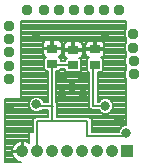
<source format=gbl>
G75*
%MOIN*%
%OFA0B0*%
%FSLAX25Y25*%
%IPPOS*%
%LPD*%
%AMOC8*
5,1,8,0,0,1.08239X$1,22.5*
%
%ADD10R,0.03543X0.02756*%
%ADD11R,0.04200X0.04200*%
%ADD12C,0.04200*%
%ADD13OC8,0.03562*%
%ADD14C,0.03169*%
%ADD15C,0.00800*%
%ADD16C,0.01000*%
D10*
X0019418Y0056680D03*
X0019418Y0061798D03*
X0026378Y0061365D03*
X0026378Y0056247D03*
X0033646Y0056444D03*
X0033646Y0061562D03*
D11*
X0044457Y0027476D03*
D12*
X0039457Y0027476D03*
X0034457Y0027476D03*
X0029457Y0027476D03*
X0024457Y0027476D03*
X0019457Y0027476D03*
X0014457Y0027476D03*
X0009457Y0027476D03*
D13*
X0005150Y0041633D03*
X0005150Y0051633D03*
X0005150Y0056133D03*
X0005150Y0060633D03*
X0005050Y0065133D03*
X0005050Y0069433D03*
X0011150Y0074633D03*
X0016650Y0074633D03*
X0021650Y0074533D03*
X0026650Y0074633D03*
X0031550Y0074633D03*
X0036650Y0074633D03*
X0041650Y0074633D03*
X0046450Y0066733D03*
X0046450Y0062133D03*
X0046550Y0057633D03*
X0046550Y0053233D03*
D14*
X0037150Y0042633D03*
X0041650Y0038133D03*
X0044150Y0033633D03*
X0029650Y0046633D03*
X0026150Y0049133D03*
X0029650Y0052133D03*
X0022650Y0052133D03*
X0022650Y0046633D03*
X0014150Y0043200D03*
X0014150Y0065633D03*
X0037150Y0065633D03*
D15*
X0003550Y0045133D02*
X0003550Y0024033D01*
X0008823Y0024033D01*
X0008436Y0024110D01*
X0007799Y0024374D01*
X0007226Y0024757D01*
X0006738Y0025244D01*
X0006355Y0025818D01*
X0006092Y0026455D01*
X0005957Y0027131D01*
X0005957Y0027176D01*
X0009157Y0027176D01*
X0009157Y0027776D01*
X0009157Y0030976D01*
X0009112Y0030976D01*
X0008436Y0030841D01*
X0007799Y0030577D01*
X0007226Y0030194D01*
X0006738Y0029707D01*
X0006355Y0029133D01*
X0006092Y0028496D01*
X0005957Y0027820D01*
X0005957Y0027776D01*
X0009157Y0027776D01*
X0009757Y0027776D01*
X0009757Y0030976D01*
X0009802Y0030976D01*
X0010478Y0030841D01*
X0011115Y0030577D01*
X0011650Y0030220D01*
X0011650Y0033933D01*
X0013057Y0033933D01*
X0013057Y0038213D01*
X0013877Y0039033D01*
X0018057Y0039033D01*
X0018057Y0041233D01*
X0015838Y0041233D01*
X0015614Y0041009D01*
X0014664Y0040616D01*
X0013636Y0040616D01*
X0012686Y0041009D01*
X0011959Y0041736D01*
X0011566Y0042686D01*
X0011566Y0043714D01*
X0011959Y0044664D01*
X0012686Y0045391D01*
X0013636Y0045784D01*
X0014664Y0045784D01*
X0015614Y0045391D01*
X0016341Y0044664D01*
X0016602Y0044033D01*
X0018018Y0044033D01*
X0018018Y0054302D01*
X0017232Y0054302D01*
X0016646Y0054888D01*
X0016646Y0058472D01*
X0017232Y0059058D01*
X0017321Y0059058D01*
X0017106Y0059116D01*
X0016786Y0059300D01*
X0016526Y0059561D01*
X0016341Y0059880D01*
X0016246Y0060236D01*
X0016246Y0061509D01*
X0019129Y0061509D01*
X0019129Y0062087D01*
X0016246Y0062087D01*
X0016246Y0063361D01*
X0016341Y0063717D01*
X0016526Y0064036D01*
X0016786Y0064297D01*
X0017106Y0064481D01*
X0017462Y0064576D01*
X0019129Y0064576D01*
X0019129Y0062087D01*
X0019707Y0062087D01*
X0022589Y0062087D01*
X0022589Y0063361D01*
X0022494Y0063717D01*
X0022310Y0064036D01*
X0022049Y0064297D01*
X0021730Y0064481D01*
X0021374Y0064576D01*
X0019707Y0064576D01*
X0019707Y0062087D01*
X0019707Y0061509D01*
X0022589Y0061509D01*
X0022589Y0060236D01*
X0022494Y0059880D01*
X0022310Y0059561D01*
X0022049Y0059300D01*
X0021730Y0059116D01*
X0021515Y0059058D01*
X0021604Y0059058D01*
X0022189Y0058472D01*
X0022189Y0057647D01*
X0023607Y0057647D01*
X0023607Y0058039D01*
X0024192Y0058625D01*
X0024281Y0058625D01*
X0024066Y0058683D01*
X0023747Y0058867D01*
X0023486Y0059128D01*
X0023302Y0059447D01*
X0023207Y0059803D01*
X0023207Y0061076D01*
X0026089Y0061076D01*
X0026089Y0061654D01*
X0023207Y0061654D01*
X0023207Y0062928D01*
X0023302Y0063284D01*
X0023486Y0063603D01*
X0023747Y0063864D01*
X0024066Y0064048D01*
X0024422Y0064143D01*
X0026089Y0064143D01*
X0026089Y0061654D01*
X0026667Y0061654D01*
X0029550Y0061654D01*
X0029550Y0062928D01*
X0029455Y0063284D01*
X0029270Y0063603D01*
X0029010Y0063864D01*
X0028690Y0064048D01*
X0028334Y0064143D01*
X0026667Y0064143D01*
X0026667Y0061654D01*
X0026667Y0061076D01*
X0029550Y0061076D01*
X0029550Y0059803D01*
X0029455Y0059447D01*
X0029270Y0059128D01*
X0029010Y0058867D01*
X0028690Y0058683D01*
X0028475Y0058625D01*
X0028564Y0058625D01*
X0029150Y0058039D01*
X0029150Y0054455D01*
X0028564Y0053869D01*
X0024192Y0053869D01*
X0023607Y0054455D01*
X0023607Y0054847D01*
X0022148Y0054847D01*
X0021604Y0054302D01*
X0020818Y0054302D01*
X0020818Y0043819D01*
X0020857Y0043780D01*
X0020857Y0043354D01*
X0020957Y0043254D01*
X0020957Y0042012D01*
X0020857Y0041912D01*
X0020857Y0039033D01*
X0031730Y0039033D01*
X0032550Y0038213D01*
X0032550Y0034033D01*
X0041150Y0034033D01*
X0041150Y0034033D01*
X0041566Y0034033D01*
X0041566Y0034147D01*
X0041959Y0035097D01*
X0042686Y0035824D01*
X0043636Y0036217D01*
X0044050Y0036217D01*
X0044050Y0051800D01*
X0043769Y0052081D01*
X0043769Y0054385D01*
X0044050Y0054666D01*
X0044050Y0056200D01*
X0043769Y0056481D01*
X0043769Y0058785D01*
X0044050Y0059066D01*
X0044050Y0060600D01*
X0043669Y0060981D01*
X0043669Y0063285D01*
X0044050Y0063666D01*
X0044050Y0065200D01*
X0043669Y0065581D01*
X0043669Y0067885D01*
X0044050Y0068266D01*
X0044050Y0070933D01*
X0009150Y0070933D01*
X0009150Y0071133D01*
X0008950Y0071133D01*
X0008950Y0045133D01*
X0003550Y0045133D01*
X0003550Y0044991D02*
X0012287Y0044991D01*
X0011764Y0044193D02*
X0003550Y0044193D01*
X0003550Y0043394D02*
X0011566Y0043394D01*
X0011603Y0042596D02*
X0003550Y0042596D01*
X0003550Y0041797D02*
X0011934Y0041797D01*
X0012711Y0040999D02*
X0003550Y0040999D01*
X0003550Y0040200D02*
X0018057Y0040200D01*
X0018057Y0039402D02*
X0003550Y0039402D01*
X0003550Y0038603D02*
X0013447Y0038603D01*
X0013057Y0037805D02*
X0003550Y0037805D01*
X0003550Y0037006D02*
X0013057Y0037006D01*
X0013057Y0036208D02*
X0003550Y0036208D01*
X0003550Y0035409D02*
X0013057Y0035409D01*
X0013057Y0034611D02*
X0003550Y0034611D01*
X0003550Y0033812D02*
X0011650Y0033812D01*
X0011650Y0033014D02*
X0003550Y0033014D01*
X0003550Y0032215D02*
X0011650Y0032215D01*
X0011650Y0031417D02*
X0003550Y0031417D01*
X0003550Y0030618D02*
X0007898Y0030618D01*
X0006851Y0029820D02*
X0003550Y0029820D01*
X0003550Y0029021D02*
X0006309Y0029021D01*
X0006037Y0028223D02*
X0003550Y0028223D01*
X0003550Y0027424D02*
X0009157Y0027424D01*
X0009157Y0028223D02*
X0009757Y0028223D01*
X0009757Y0029021D02*
X0009157Y0029021D01*
X0009157Y0029820D02*
X0009757Y0029820D01*
X0009757Y0030618D02*
X0009157Y0030618D01*
X0011016Y0030618D02*
X0011650Y0030618D01*
X0014457Y0027476D02*
X0014457Y0037633D01*
X0019457Y0037633D01*
X0031150Y0037633D01*
X0031150Y0032633D01*
X0044150Y0032633D01*
X0041758Y0034611D02*
X0032550Y0034611D01*
X0032550Y0035409D02*
X0042272Y0035409D01*
X0043613Y0036208D02*
X0032550Y0036208D01*
X0032550Y0037006D02*
X0044050Y0037006D01*
X0044050Y0037805D02*
X0032550Y0037805D01*
X0032160Y0038603D02*
X0044050Y0038603D01*
X0044050Y0039402D02*
X0020857Y0039402D01*
X0020857Y0040200D02*
X0036270Y0040200D01*
X0036636Y0040049D02*
X0035686Y0040442D01*
X0034959Y0041169D01*
X0034933Y0041233D01*
X0032570Y0041233D01*
X0031750Y0042053D01*
X0031750Y0054066D01*
X0031460Y0054066D01*
X0030874Y0054652D01*
X0030874Y0058236D01*
X0031460Y0058822D01*
X0031549Y0058822D01*
X0031334Y0058880D01*
X0031015Y0059064D01*
X0030754Y0059325D01*
X0030570Y0059644D01*
X0030474Y0060000D01*
X0030474Y0061273D01*
X0033357Y0061273D01*
X0033357Y0061851D01*
X0030474Y0061851D01*
X0030474Y0063124D01*
X0030570Y0063481D01*
X0030754Y0063800D01*
X0031015Y0064060D01*
X0031334Y0064245D01*
X0031690Y0064340D01*
X0033357Y0064340D01*
X0033357Y0061851D01*
X0033935Y0061851D01*
X0036818Y0061851D01*
X0036818Y0063124D01*
X0036722Y0063481D01*
X0036538Y0063800D01*
X0036277Y0064060D01*
X0035958Y0064245D01*
X0035602Y0064340D01*
X0033935Y0064340D01*
X0033935Y0061851D01*
X0033935Y0061273D01*
X0036818Y0061273D01*
X0036818Y0060000D01*
X0036722Y0059644D01*
X0036538Y0059325D01*
X0036277Y0059064D01*
X0035958Y0058880D01*
X0035743Y0058822D01*
X0035832Y0058822D01*
X0036418Y0058236D01*
X0036418Y0054652D01*
X0035832Y0054066D01*
X0034550Y0054066D01*
X0034550Y0044033D01*
X0034933Y0044033D01*
X0034959Y0044097D01*
X0035686Y0044824D01*
X0036636Y0045217D01*
X0037664Y0045217D01*
X0038614Y0044824D01*
X0039341Y0044097D01*
X0039734Y0043147D01*
X0039734Y0042119D01*
X0039341Y0041169D01*
X0038614Y0040442D01*
X0037664Y0040049D01*
X0036636Y0040049D01*
X0038030Y0040200D02*
X0044050Y0040200D01*
X0044050Y0040999D02*
X0039170Y0040999D01*
X0039601Y0041797D02*
X0044050Y0041797D01*
X0044050Y0042596D02*
X0039734Y0042596D01*
X0039632Y0043394D02*
X0044050Y0043394D01*
X0044050Y0044193D02*
X0039245Y0044193D01*
X0038209Y0044991D02*
X0044050Y0044991D01*
X0044050Y0045790D02*
X0034550Y0045790D01*
X0034550Y0046588D02*
X0044050Y0046588D01*
X0044050Y0047387D02*
X0034550Y0047387D01*
X0034550Y0048185D02*
X0044050Y0048185D01*
X0044050Y0048984D02*
X0034550Y0048984D01*
X0034550Y0049782D02*
X0044050Y0049782D01*
X0044050Y0050581D02*
X0034550Y0050581D01*
X0034550Y0051379D02*
X0044050Y0051379D01*
X0043769Y0052178D02*
X0034550Y0052178D01*
X0034550Y0052977D02*
X0043769Y0052977D01*
X0043769Y0053775D02*
X0034550Y0053775D01*
X0036339Y0054574D02*
X0043957Y0054574D01*
X0044050Y0055372D02*
X0036418Y0055372D01*
X0036418Y0056171D02*
X0044050Y0056171D01*
X0043769Y0056969D02*
X0036418Y0056969D01*
X0036418Y0057768D02*
X0043769Y0057768D01*
X0043769Y0058566D02*
X0036088Y0058566D01*
X0036561Y0059365D02*
X0044050Y0059365D01*
X0044050Y0060163D02*
X0036818Y0060163D01*
X0036818Y0060962D02*
X0043688Y0060962D01*
X0043669Y0061760D02*
X0033935Y0061760D01*
X0033357Y0061760D02*
X0029550Y0061760D01*
X0029550Y0060962D02*
X0030474Y0060962D01*
X0030474Y0060163D02*
X0029550Y0060163D01*
X0029407Y0059365D02*
X0030731Y0059365D01*
X0031204Y0058566D02*
X0028623Y0058566D01*
X0029150Y0057768D02*
X0030874Y0057768D01*
X0030874Y0056969D02*
X0029150Y0056969D01*
X0029150Y0056171D02*
X0030874Y0056171D01*
X0030874Y0055372D02*
X0029150Y0055372D01*
X0029150Y0054574D02*
X0030953Y0054574D01*
X0031750Y0053775D02*
X0020818Y0053775D01*
X0020818Y0052977D02*
X0031750Y0052977D01*
X0031750Y0052178D02*
X0020818Y0052178D01*
X0020818Y0051379D02*
X0031750Y0051379D01*
X0031750Y0050581D02*
X0020818Y0050581D01*
X0020818Y0049782D02*
X0031750Y0049782D01*
X0031750Y0048984D02*
X0020818Y0048984D01*
X0020818Y0048185D02*
X0031750Y0048185D01*
X0031750Y0047387D02*
X0020818Y0047387D01*
X0020818Y0046588D02*
X0031750Y0046588D01*
X0031750Y0045790D02*
X0020818Y0045790D01*
X0020818Y0044991D02*
X0031750Y0044991D01*
X0031750Y0044193D02*
X0020818Y0044193D01*
X0020857Y0043394D02*
X0031750Y0043394D01*
X0031750Y0042596D02*
X0020957Y0042596D01*
X0020857Y0041797D02*
X0032006Y0041797D01*
X0033150Y0042633D02*
X0033150Y0056444D01*
X0033357Y0062559D02*
X0033935Y0062559D01*
X0033935Y0063357D02*
X0033357Y0063357D01*
X0033357Y0064156D02*
X0033935Y0064156D01*
X0036112Y0064156D02*
X0044050Y0064156D01*
X0044050Y0064954D02*
X0008950Y0064954D01*
X0008950Y0064156D02*
X0016645Y0064156D01*
X0016246Y0063357D02*
X0008950Y0063357D01*
X0008950Y0062559D02*
X0016246Y0062559D01*
X0016246Y0060962D02*
X0008950Y0060962D01*
X0008950Y0061760D02*
X0019129Y0061760D01*
X0019707Y0061760D02*
X0023207Y0061760D01*
X0023207Y0060962D02*
X0022589Y0060962D01*
X0022570Y0060163D02*
X0023207Y0060163D01*
X0023350Y0059365D02*
X0022113Y0059365D01*
X0022096Y0058566D02*
X0024133Y0058566D01*
X0023607Y0057768D02*
X0022189Y0057768D01*
X0019418Y0056680D02*
X0019418Y0042633D01*
X0014150Y0042633D01*
X0014150Y0043200D01*
X0016013Y0044991D02*
X0018018Y0044991D01*
X0018018Y0044193D02*
X0016536Y0044193D01*
X0018018Y0045790D02*
X0008950Y0045790D01*
X0008950Y0046588D02*
X0018018Y0046588D01*
X0018018Y0047387D02*
X0008950Y0047387D01*
X0008950Y0048185D02*
X0018018Y0048185D01*
X0018018Y0048984D02*
X0008950Y0048984D01*
X0008950Y0049782D02*
X0018018Y0049782D01*
X0018018Y0050581D02*
X0008950Y0050581D01*
X0008950Y0051379D02*
X0018018Y0051379D01*
X0018018Y0052178D02*
X0008950Y0052178D01*
X0008950Y0052977D02*
X0018018Y0052977D01*
X0018018Y0053775D02*
X0008950Y0053775D01*
X0008950Y0054574D02*
X0016961Y0054574D01*
X0016646Y0055372D02*
X0008950Y0055372D01*
X0008950Y0056171D02*
X0016646Y0056171D01*
X0016646Y0056969D02*
X0008950Y0056969D01*
X0008950Y0057768D02*
X0016646Y0057768D01*
X0016740Y0058566D02*
X0008950Y0058566D01*
X0008950Y0059365D02*
X0016722Y0059365D01*
X0016266Y0060163D02*
X0008950Y0060163D01*
X0008950Y0065753D02*
X0043669Y0065753D01*
X0043669Y0066551D02*
X0008950Y0066551D01*
X0008950Y0067350D02*
X0043669Y0067350D01*
X0043932Y0068148D02*
X0008950Y0068148D01*
X0008950Y0068947D02*
X0044050Y0068947D01*
X0044050Y0069745D02*
X0008950Y0069745D01*
X0008950Y0070544D02*
X0044050Y0070544D01*
X0043741Y0063357D02*
X0036755Y0063357D01*
X0036818Y0062559D02*
X0043669Y0062559D01*
X0031180Y0064156D02*
X0022190Y0064156D01*
X0022589Y0063357D02*
X0023345Y0063357D01*
X0023207Y0062559D02*
X0022589Y0062559D01*
X0019707Y0062559D02*
X0019129Y0062559D01*
X0019129Y0063357D02*
X0019707Y0063357D01*
X0019707Y0064156D02*
X0019129Y0064156D01*
X0019418Y0056247D02*
X0026378Y0056247D01*
X0023607Y0054574D02*
X0021875Y0054574D01*
X0026089Y0061760D02*
X0026667Y0061760D01*
X0026667Y0062559D02*
X0026089Y0062559D01*
X0026089Y0063357D02*
X0026667Y0063357D01*
X0029412Y0063357D02*
X0030537Y0063357D01*
X0030474Y0062559D02*
X0029550Y0062559D01*
X0034550Y0044991D02*
X0036091Y0044991D01*
X0035055Y0044193D02*
X0034550Y0044193D01*
X0033150Y0042633D02*
X0037150Y0042633D01*
X0035130Y0040999D02*
X0020857Y0040999D01*
X0019457Y0042633D02*
X0019457Y0043200D01*
X0019457Y0042633D02*
X0019457Y0037633D01*
X0018057Y0040999D02*
X0015589Y0040999D01*
X0005150Y0041633D02*
X0004950Y0041633D01*
X0006058Y0026626D02*
X0003550Y0026626D01*
X0003550Y0025827D02*
X0006352Y0025827D01*
X0006954Y0025029D02*
X0003550Y0025029D01*
X0003550Y0024230D02*
X0008146Y0024230D01*
D16*
X0019418Y0042633D02*
X0019457Y0042633D01*
X0019418Y0056247D02*
X0019418Y0056680D01*
X0033150Y0056444D02*
X0033646Y0056444D01*
X0044150Y0033633D02*
X0044150Y0032633D01*
M02*

</source>
